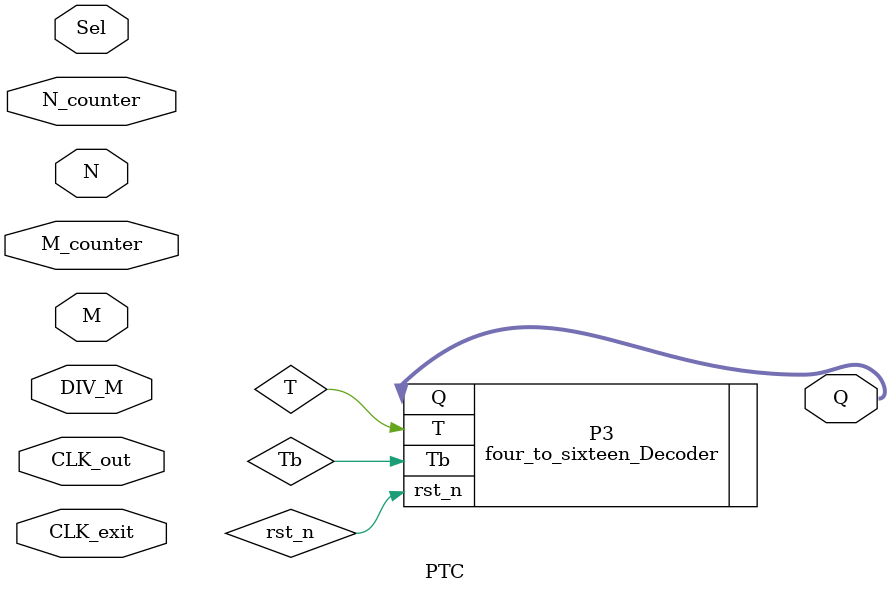
<source format=v>
`include"HLD.v"
`include"PD.v"
`include"SAR.v"
`include"Clock_divider.v"
`include "4to16_Decoder.v"

module PTC (Sel,N,M,DIV_M,CLK_exit,CLK_out,Q,M_counter,N_counter);
input [1:0] Sel;
input [1:0]M,M_counter;
input DIV_M;
input CLK_exit;
input CLK_out;
input [2:0] N,N_counter;
output [9:0] Q;
wire clk2,clk4;
wire Reset_PD;
wire COMP;

Clock_divider P0(.M(M),.DIV_M(DIV_M),.CLK_exit(CLK_exit),.clk2(clk2),.clk4(clk4));
HLD P1(.clk2(clk2),.clk4(clk4),.Sel(Sel),.DIV_M(DIV_M),.M(M),.CLK_exit(CLK_exit),.Reset_PD(Reset_PD));
PD P2(.CLK_exit(CLK_exit),.CLK_out(CLK_out),.Reset_PD(Reset_PD),.COMP(COMP),.N_counter(N_counter),.M_counter(M_counter));
four_to_sixteen_Decoder P3(.rst_n(rst_n),.Q(Q),.T(T),.Tb(Tb));

endmodule
</source>
